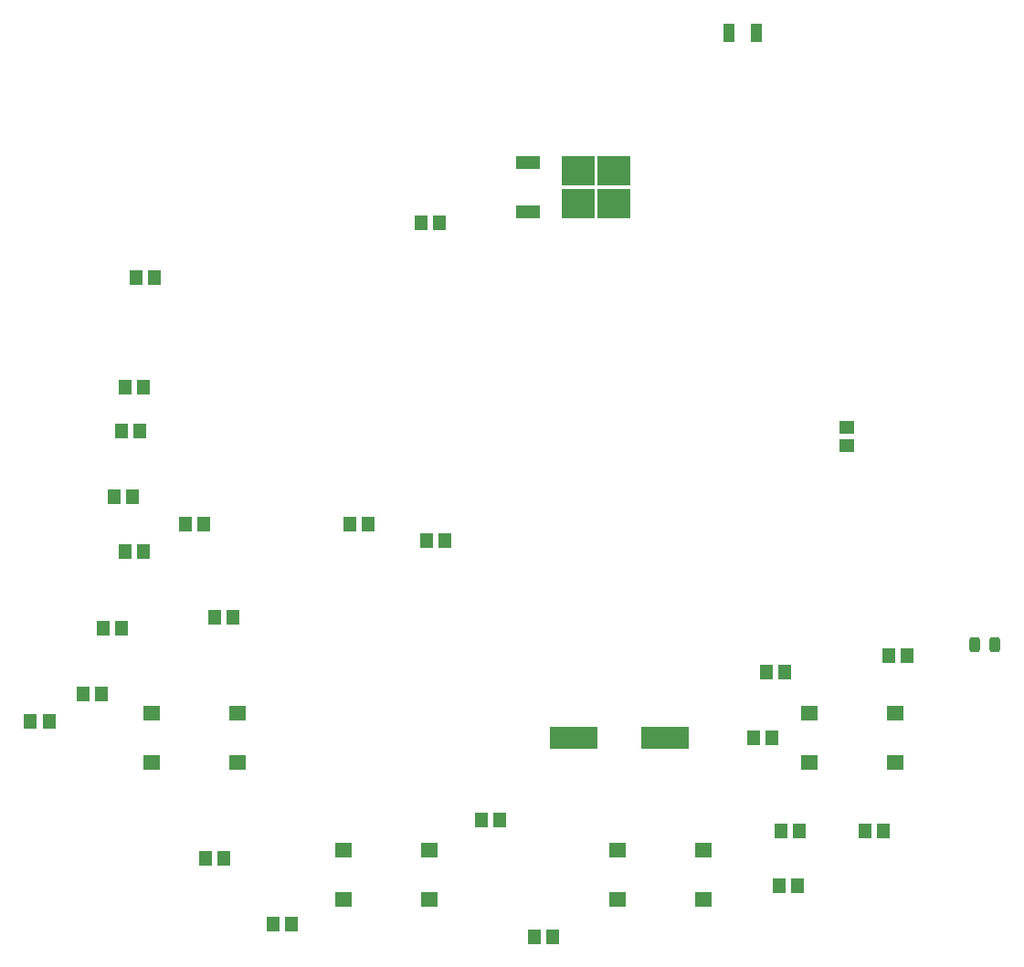
<source format=gbr>
%TF.GenerationSoftware,KiCad,Pcbnew,(6.0.5)*%
%TF.CreationDate,2022-07-22T15:05:17-04:00*%
%TF.ProjectId,circle_clock_design,63697263-6c65-45f6-936c-6f636b5f6465,rev?*%
%TF.SameCoordinates,PX56cacc8PY97b5f08*%
%TF.FileFunction,Paste,Top*%
%TF.FilePolarity,Positive*%
%FSLAX46Y46*%
G04 Gerber Fmt 4.6, Leading zero omitted, Abs format (unit mm)*
G04 Created by KiCad (PCBNEW (6.0.5)) date 2022-07-22 15:05:17*
%MOMM*%
%LPD*%
G01*
G04 APERTURE LIST*
G04 Aperture macros list*
%AMRoundRect*
0 Rectangle with rounded corners*
0 $1 Rounding radius*
0 $2 $3 $4 $5 $6 $7 $8 $9 X,Y pos of 4 corners*
0 Add a 4 corners polygon primitive as box body*
4,1,4,$2,$3,$4,$5,$6,$7,$8,$9,$2,$3,0*
0 Add four circle primitives for the rounded corners*
1,1,$1+$1,$2,$3*
1,1,$1+$1,$4,$5*
1,1,$1+$1,$6,$7*
1,1,$1+$1,$8,$9*
0 Add four rect primitives between the rounded corners*
20,1,$1+$1,$2,$3,$4,$5,0*
20,1,$1+$1,$4,$5,$6,$7,0*
20,1,$1+$1,$6,$7,$8,$9,0*
20,1,$1+$1,$8,$9,$2,$3,0*%
G04 Aperture macros list end*
%ADD10R,1.600000X1.400000*%
%ADD11R,1.150000X1.400000*%
%ADD12R,1.000000X1.800000*%
%ADD13R,4.500000X2.000000*%
%ADD14RoundRect,0.243750X-0.243750X-0.456250X0.243750X-0.456250X0.243750X0.456250X-0.243750X0.456250X0*%
%ADD15R,3.050000X2.750000*%
%ADD16R,2.200000X1.200000*%
%ADD17R,1.400000X1.150000*%
G04 APERTURE END LIST*
D10*
%TO.C,SW4*%
X85331800Y36870200D03*
X93331800Y36870200D03*
X85331800Y32370200D03*
X93331800Y32370200D03*
%TD*%
D11*
%TO.C,R11*%
X92711800Y42240200D03*
X94411800Y42240200D03*
%TD*%
%TO.C,C6*%
X13184400Y36118800D03*
X14884400Y36118800D03*
%TD*%
D12*
%TO.C,Y2*%
X77921800Y100025200D03*
X80421800Y100025200D03*
%TD*%
D11*
%TO.C,C4*%
X51573800Y52908200D03*
X49873800Y52908200D03*
%TD*%
D13*
%TO.C,Y1*%
X71991800Y34620200D03*
X63491800Y34620200D03*
%TD*%
D11*
%TO.C,R10*%
X59906800Y16205200D03*
X61606800Y16205200D03*
%TD*%
%TO.C,R7*%
X56653800Y27000200D03*
X54953800Y27000200D03*
%TD*%
D14*
%TO.C,D1*%
X100664800Y43256200D03*
X102539800Y43256200D03*
%TD*%
D10*
%TO.C,SW1*%
X24371800Y36870200D03*
X32371800Y36870200D03*
X24371800Y32370200D03*
X32371800Y32370200D03*
%TD*%
D11*
%TO.C,C11*%
X19901800Y44780200D03*
X21601800Y44780200D03*
%TD*%
%TO.C,C8*%
X37349800Y17348200D03*
X35649800Y17348200D03*
%TD*%
D10*
%TO.C,SW2*%
X42151800Y24170200D03*
X50151800Y24170200D03*
X42151800Y19670200D03*
X50151800Y19670200D03*
%TD*%
%TO.C,SW3*%
X67551800Y24170200D03*
X75551800Y24170200D03*
X67551800Y19670200D03*
X75551800Y19670200D03*
%TD*%
D11*
%TO.C,C2*%
X49365800Y82372200D03*
X51065800Y82372200D03*
%TD*%
%TO.C,C10*%
X83069800Y40716200D03*
X81369800Y40716200D03*
%TD*%
%TO.C,C14*%
X24649800Y77292200D03*
X22949800Y77292200D03*
%TD*%
D15*
%TO.C,U2*%
X67281800Y84155200D03*
X63931800Y87205200D03*
X63931800Y84155200D03*
X67281800Y87205200D03*
D16*
X59306800Y87960200D03*
X59306800Y83400200D03*
%TD*%
D17*
%TO.C,R1*%
X88823800Y61710200D03*
X88823800Y63410200D03*
%TD*%
D11*
%TO.C,R3*%
X29387800Y23444200D03*
X31087800Y23444200D03*
%TD*%
%TO.C,R8*%
X23633800Y67132200D03*
X21933800Y67132200D03*
%TD*%
%TO.C,C7*%
X82551800Y20904200D03*
X84251800Y20904200D03*
%TD*%
%TO.C,R4*%
X42761800Y54432200D03*
X44461800Y54432200D03*
%TD*%
%TO.C,R5*%
X30227800Y45796200D03*
X31927800Y45796200D03*
%TD*%
%TO.C,C3*%
X20917800Y56972200D03*
X22617800Y56972200D03*
%TD*%
%TO.C,R6*%
X90513800Y25984200D03*
X92213800Y25984200D03*
%TD*%
%TO.C,C1*%
X21933800Y51892200D03*
X23633800Y51892200D03*
%TD*%
%TO.C,C13*%
X18035800Y38684200D03*
X19735800Y38684200D03*
%TD*%
%TO.C,C12*%
X29221800Y54432200D03*
X27521800Y54432200D03*
%TD*%
%TO.C,C5*%
X82727800Y25984200D03*
X84427800Y25984200D03*
%TD*%
%TO.C,R9*%
X23291800Y63068200D03*
X21591800Y63068200D03*
%TD*%
%TO.C,C9*%
X80187800Y34620200D03*
X81887800Y34620200D03*
%TD*%
M02*

</source>
